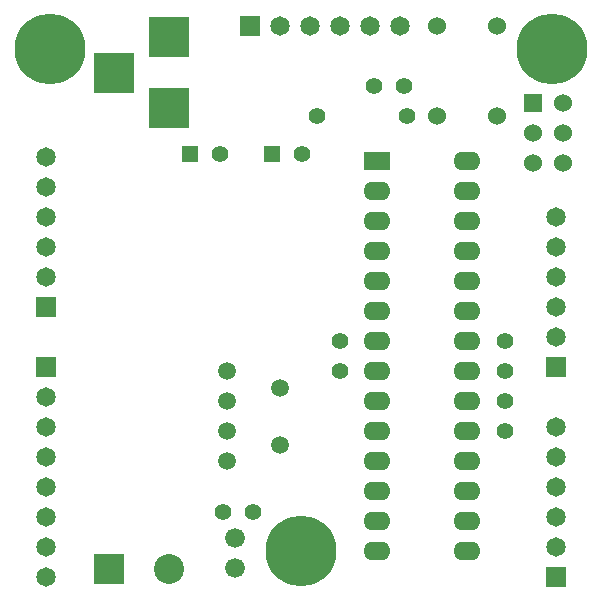
<source format=gbs>
%FSLAX34Y34*%
G04 Gerber Fmt 3.4, Leading zero omitted, Abs format*
G04 (created by PCBNEW (2013-12-28 BZR 4579)-product) date tor 16 jan 2014 22:13:37 CET*
%MOIN*%
G01*
G70*
G90*
G04 APERTURE LIST*
%ADD10C,0.006000*%
%ADD11R,0.100000X0.100000*%
%ADD12C,0.100000*%
%ADD13R,0.055000X0.055000*%
%ADD14C,0.055000*%
%ADD15R,0.137800X0.137800*%
%ADD16O,0.090000X0.062000*%
%ADD17R,0.090000X0.062000*%
%ADD18C,0.236220*%
%ADD19C,0.060000*%
%ADD20C,0.066000*%
%ADD21C,0.059100*%
%ADD22R,0.065000X0.065000*%
%ADD23C,0.065000*%
%ADD24R,0.060000X0.060000*%
G04 APERTURE END LIST*
G54D10*
G54D11*
X50800Y-49850D03*
G54D12*
X52800Y-49850D03*
G54D13*
X53500Y-36000D03*
G54D14*
X54500Y-36000D03*
G54D13*
X56250Y-36000D03*
G54D14*
X57250Y-36000D03*
G54D15*
X52803Y-34480D03*
X52803Y-32118D03*
X50953Y-33299D03*
G54D16*
X59750Y-37250D03*
X59750Y-38250D03*
X59750Y-39250D03*
X59750Y-40250D03*
X59750Y-41250D03*
X59750Y-42250D03*
X59750Y-43250D03*
X59750Y-44250D03*
X59750Y-45250D03*
X59750Y-46250D03*
X59750Y-47250D03*
X59750Y-48250D03*
X59750Y-49250D03*
G54D17*
X59750Y-36250D03*
G54D16*
X62750Y-49250D03*
X62750Y-48250D03*
X62750Y-47250D03*
X62750Y-46250D03*
X62750Y-45250D03*
X62750Y-44250D03*
X62750Y-43250D03*
X62750Y-42250D03*
X62750Y-41250D03*
X62750Y-40250D03*
X62750Y-39250D03*
X62750Y-38250D03*
X62750Y-37250D03*
X62750Y-36250D03*
G54D18*
X57192Y-49244D03*
X65559Y-32511D03*
X48826Y-32511D03*
G54D14*
X58500Y-42250D03*
X58500Y-43250D03*
X64000Y-44250D03*
X64000Y-45250D03*
X64000Y-43250D03*
X64000Y-42250D03*
X57750Y-34750D03*
X60750Y-34750D03*
G54D19*
X63750Y-34750D03*
X61750Y-34750D03*
X63750Y-31750D03*
X61750Y-31750D03*
G54D20*
X55000Y-48800D03*
X55000Y-49800D03*
G54D21*
X56500Y-45711D03*
X56500Y-43789D03*
G54D22*
X48700Y-41100D03*
G54D23*
X48700Y-40100D03*
X48700Y-39100D03*
X48700Y-38100D03*
X48700Y-37100D03*
X48700Y-36100D03*
G54D22*
X65700Y-43100D03*
G54D23*
X65700Y-42100D03*
X65700Y-41100D03*
X65700Y-40100D03*
X65700Y-39100D03*
X65700Y-38100D03*
G54D22*
X48700Y-43100D03*
G54D23*
X48700Y-44100D03*
X48700Y-45100D03*
X48700Y-46100D03*
X48700Y-47100D03*
X48700Y-48100D03*
X48700Y-49100D03*
X48700Y-50100D03*
G54D22*
X65700Y-50100D03*
G54D23*
X65700Y-49100D03*
X65700Y-48100D03*
X65700Y-47100D03*
X65700Y-46100D03*
X65700Y-45100D03*
G54D14*
X60650Y-33750D03*
X59650Y-33750D03*
G54D22*
X55500Y-31750D03*
G54D23*
X56500Y-31750D03*
X57500Y-31750D03*
X58500Y-31750D03*
X59500Y-31750D03*
X60500Y-31750D03*
G54D24*
X64950Y-34300D03*
G54D19*
X65950Y-34300D03*
X64950Y-35300D03*
X65950Y-35300D03*
X64950Y-36300D03*
X65950Y-36300D03*
G54D21*
X54750Y-43250D03*
X54750Y-44250D03*
X54750Y-46250D03*
X54750Y-45250D03*
G54D14*
X55600Y-47950D03*
X54600Y-47950D03*
M02*

</source>
